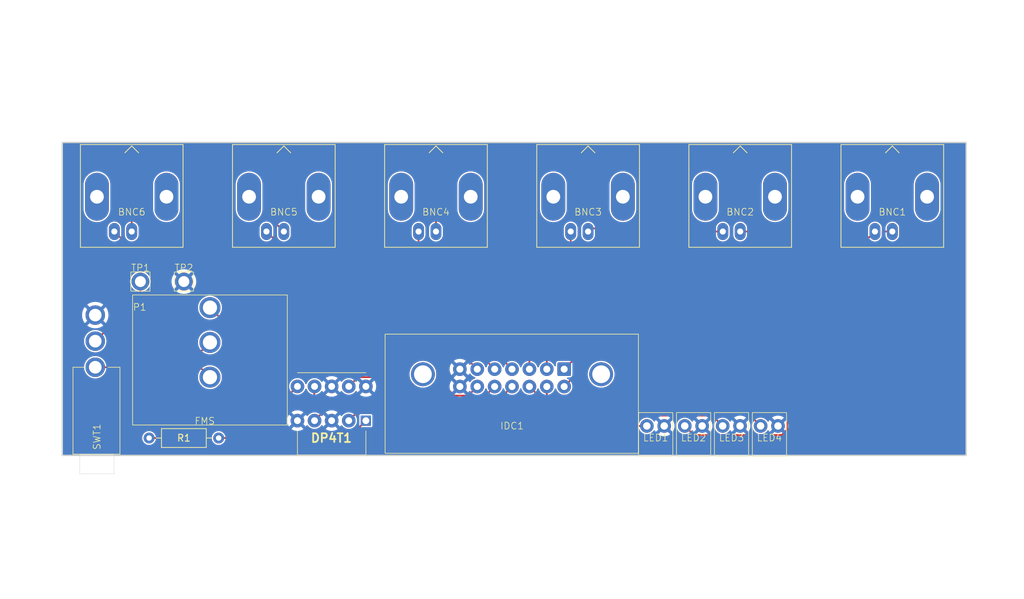
<source format=kicad_pcb>
(kicad_pcb (version 20221018) (generator pcbnew)
  (layers (0 "F.Cu" signal) (31 "B.Cu" signal) (34 "B.Paste" user) (35 "F.Paste" user) (36 "B.SilkS" user "B.Silkscreen") (37 "F.SilkS" user "F.Silkscreen") (38 "B.Mask" user) (39 "F.Mask" user) (44 "Edge.Cuts" user))
  (net 0 "")
  (net 1 "Net-(BNC1-In)")
  (net 2 "Net-(BNC1-Ext)")
  (net 3 "Net-(BNC2-In)")
  (net 4 "Net-(BNC2-Ext)")
  (net 5 "Net-(BNC3-In)")
  (net 6 "Net-(BNC3-Ext)")
  (net 7 "Net-(BNC4-In)")
  (net 8 "Net-(BNC4-Ext)")
  (net 9 "Net-(BNC5-In)")
  (net 10 "Net-(BNC5-Ext)")
  (net 11 "Net-(BNC6-In)")
  (net 12 "Net-(BNC6-Ext)")
  (net 13 "Net-(P1-Pad3)")
  (net 14 "Net-(DP4T1-Pad1)")
  (net 15 "Net-(LED1-A)")
  (net 16 "Net-(LED2-A)")
  (net 17 "Net-(LED3-A)")
  (net 18 "Net-(LED4-A)")
  (net 19 "GND")
  (net 20 "Net-(SWT1-A)")
  (net 21 "Net-(SWT1-B)")
  (footprint "General_BNC_PCB_BOARD2_Footprint_Library:Right Angle Single Level BNC" (layer "F.Cu") (at 152.4 73.97)
    (fp_text reference "BNC2" (at 0 -2.85 unlocked) (layer "F.SilkS") (effects (font (thickness 0.1))))
    (fp_text value "Coaxial Connectors RA, Digikey P/N: WM5514-ND")
    (fp_line (start -7.5 -12.7) (end 7.5 -12.7) (stroke (width 0.12)) (layer "F.SilkS"))
    (fp_line (start -7.5 2.3) (end -7.5 -12.7) (stroke (width 0.12)) (layer "F.SilkS"))
    (fp_line (start 0 -12.5) (end -1 -11.5) (stroke (width 0.12)) (layer "F.SilkS"))
    (fp_line (start 0 -12.5) (end 1 -11.5) (stroke (width 0.12)) (layer "F.SilkS"))
    (fp_line (start 7.5 -12.7) (end 7.5 2.3) (stroke (width 0.12)) (layer "F.SilkS"))
    (fp_line (start 7.5 2.3) (end -7.5 2.3) (stroke (width 0.12)) (layer "F.SilkS"))
    (pad "1" thru_hole oval (at 0 0) (size 1.6 2.5) (drill 0.89) (layers "*.Cu" "*.Mask") (net 3 "Net-(BNC2-In)"))
    (pad "2" thru_hole oval (at -2.54 0) (size 1.6 2.5) (drill 0.89) (layers "*.Cu" "*.Mask") (net 4 "Net-(BNC2-Ext)"))
    (pad "MH" thru_hole oval (at -5.08 -5.08) (size 3.5 7) (drill 2.01) (layers "*.Cu" "*.Mask"))
    (pad "MH" thru_hole oval (at 5.08 -5.08) (size 3.5 7) (drill 2.01) (layers "*.Cu" "*.Mask"))
  )
  (footprint "General_BNC_PCB_BOARD2_Footprint_Library:Right Angle Single Level BNC" (layer "F.Cu") (at 174.625 73.97)
    (fp_text reference "BNC1" (at 0 -2.85 unlocked) (layer "F.SilkS") (effects (font (thickness 0.1))))
    (fp_text value "Coaxial Connectors RA, Digikey P/N: WM5514-ND")
    (fp_line (start -7.5 -12.7) (end 7.5 -12.7) (stroke (width 0.12)) (layer "F.SilkS"))
    (fp_line (start -7.5 2.3) (end -7.5 -12.7) (stroke (width 0.12)) (layer "F.SilkS"))
    (fp_line (start 0 -12.5) (end -1 -11.5) (stroke (width 0.12)) (layer "F.SilkS"))
    (fp_line (start 0 -12.5) (end 1 -11.5) (stroke (width 0.12)) (layer "F.SilkS"))
    (fp_line (start 7.5 -12.7) (end 7.5 2.3) (stroke (width 0.12)) (layer "F.SilkS"))
    (fp_line (start 7.5 2.3) (end -7.5 2.3) (stroke (width 0.12)) (layer "F.SilkS"))
    (pad "1" thru_hole oval (at 0 0) (size 1.6 2.5) (drill 0.89) (layers "*.Cu" "*.Mask") (net 1 "Net-(BNC1-In)"))
    (pad "2" thru_hole oval (at -2.54 0) (size 1.6 2.5) (drill 0.89) (layers "*.Cu" "*.Mask") (net 2 "Net-(BNC1-Ext)"))
    (pad "MH" thru_hole oval (at -5.08 -5.08) (size 3.5 7) (drill 2.01) (layers "*.Cu" "*.Mask"))
    (pad "MH" thru_hole oval (at 5.08 -5.08) (size 3.5 7) (drill 2.01) (layers "*.Cu" "*.Mask"))
  )
  (footprint "General_BNC_Footprint_Library:AV2_Switch" (layer "F.Cu") (at 54.92 106.5 90)
    (fp_text reference "SWT1" (at 2.54 3.5 90 unlocked) (layer "F.SilkS") (effects (font (thickness 0.1))))
    (fp_text value "AV2 SPDT Switch, Digikey P/N: CKN1447-ND")
    (fp_line (start 0 0) (end 0 6.86) (stroke (width 0.1)) (layer "F.SilkS"))
    (fp_line (start 0 6.86) (end 12.7 6.86) (stroke (width 0.1)) (layer "F.SilkS"))
    (fp_line (start 12.7 0) (end 0 0) (stroke (width 0.1)) (layer "F.SilkS"))
    (fp_line (start 12.7 1.715) (end 12.7 0) (stroke (width 0.1)) (layer "F.SilkS"))
    (fp_line (start 12.7 6.86) (end 12.7 5.1425) (stroke (width 0.1)) (layer "F.SilkS"))
    (fp_rect (start -2.88 1) (end 0 6) (stroke (width 0.05)) (fill none) (layer "Edge.Cuts"))
    (pad "1" thru_hole circle (at 12.7 3.2525 90) (size 2.85 2.85) (drill 1.85) (layers "*.Cu" "*.Mask") (net 20 "Net-(SWT1-A)"))
    (pad "2" thru_hole circle (at 16.51 3.2525 90) (size 2.85 2.85) (drill 1.85) (layers "*.Cu" "*.Mask") (net 21 "Net-(SWT1-B)"))
    (pad "3" thru_hole circle (at 20.32 3.2525 90) (size 2.85 2.85) (drill 1.85) (layers "*.Cu" "*.Mask") (net 19 "GND"))
  )
  (footprint "General_BNC_PCB_BOARD2_Footprint_Library:Right Angle Single Level BNC" (layer "F.Cu") (at 107.95 73.97)
    (fp_text reference "BNC4" (at 0 -2.85 unlocked) (layer "F.SilkS") (effects (font (thickness 0.1))))
    (fp_text value "Coaxial Connectors RA, Digikey P/N: WM5514-ND")
    (fp_line (start -7.5 -12.7) (end 7.5 -12.7) (stroke (width 0.12)) (layer "F.SilkS"))
    (fp_line (start -7.5 2.3) (end -7.5 -12.7) (stroke (width 0.12)) (layer "F.SilkS"))
    (fp_line (start 0 -12.5) (end -1 -11.5) (stroke (width 0.12)) (layer "F.SilkS"))
    (fp_line (start 0 -12.5) (end 1 -11.5) (stroke (width 0.12)) (layer "F.SilkS"))
    (fp_line (start 7.5 -12.7) (end 7.5 2.3) (stroke (width 0.12)) (layer "F.SilkS"))
    (fp_line (start 7.5 2.3) (end -7.5 2.3) (stroke (width 0.12)) (layer "F.SilkS"))
    (pad "1" thru_hole oval (at 0 0) (size 1.6 2.5) (drill 0.89) (layers "*.Cu" "*.Mask") (net 7 "Net-(BNC4-In)"))
    (pad "2" thru_hole oval (at -2.54 0) (size 1.6 2.5) (drill 0.89) (layers "*.Cu" "*.Mask") (net 8 "Net-(BNC4-Ext)"))
    (pad "MH" thru_hole oval (at -5.08 -5.08) (size 3.5 7) (drill 2.01) (layers "*.Cu" "*.Mask"))
    (pad "MH" thru_hole oval (at 5.08 -5.08) (size 3.5 7) (drill 2.01) (layers "*.Cu" "*.Mask"))
  )
  (footprint "GENERAL PROJECT - NUMBER 1 LIBRARY - FOOTPRINTS:TestPoint" (layer "F.Cu") (at 64.77 81.28)
    (fp_text reference "TP1" (at 0 -2 unlocked) (layer "F.SilkS") (effects (font (thickness 0.1))))
    (fp_text value "TestPoint")
    (fp_rect (start -1.4 -1.4) (end 1.4 1.4) (stroke (width 0.1)) (fill none) (layer "F.SilkS"))
    (pad "1" thru_hole circle (at 0 0) (size 2.6 2.6) (drill 1.6) (layers "*.Cu" "*.Mask") (net 21 "Net-(SWT1-B)"))
  )
  (footprint "GENERAL PROJECT - NUMBER 1 LIBRARY - FOOTPRINTS:TestPoint" (layer "F.Cu") (at 71.12 81.28)
    (fp_text reference "TP2" (at 0 -2 unlocked) (layer "F.SilkS") (effects (font (thickness 0.1))))
    (fp_text value "TestPoint")
    (fp_rect (start -1.4 -1.4) (end 1.4 1.4) (stroke (width 0.1)) (fill none) (layer "F.SilkS"))
    (pad "1" thru_hole circle (at 0 0) (size 2.6 2.6) (drill 1.6) (layers "*.Cu" "*.Mask") (net 19 "GND"))
  )
  (footprint "General_BNC_Footprint_Library:LED" (layer "F.Cu") (at 156.67 103.6)
    (fp_text reference "LED4" (at 0 0.515 unlocked) (layer "F.SilkS") (effects (font (thickness 0.1))))
    (fp_text value "LED Mouser P/N: 551-0407F")
    (fp_rect (start -2.5 -3.175) (end 2.5 3.175) (stroke (width 0.1)) (fill none) (layer "F.SilkS"))
    (fp_rect (start -2.16 3.175) (end 2.16 3.175) (stroke (width 0.1)) (fill none) (layer "F.SilkS"))
    (pad "1" thru_hole circle (at 1.25 -1.225) (size 2 2) (drill 1.09) (layers "*.Cu" "*.Mask") (net 19 "GND"))
    (pad "2" thru_hole circle (at -1.29 -1.225) (size 2 2) (drill 1.09) (layers "*.Cu" "*.Mask") (net 18 "Net-(LED4-A)"))
  )
  (footprint "General_BNC_PCB_BOARD2_Footprint_Library:Right Angle Single Level BNC" (layer "F.Cu") (at 63.5 73.97)
    (fp_text reference "BNC6" (at 0 -2.85 unlocked) (layer "F.SilkS") (effects (font (thickness 0.1))))
    (fp_text value "Coaxial Connectors RA, Digikey P/N: WM5514-ND")
    (fp_line (start -7.5 -12.7) (end 7.5 -12.7) (stroke (width 0.12)) (layer "F.SilkS"))
    (fp_line (start -7.5 2.3) (end -7.5 -12.7) (stroke (width 0.12)) (layer "F.SilkS"))
    (fp_line (start 0 -12.5) (end -1 -11.5) (stroke (width 0.12)) (layer "F.SilkS"))
    (fp_line (start 0 -12.5) (end 1 -11.5) (stroke (width 0.12)) (layer "F.SilkS"))
    (fp_line (start 7.5 -12.7) (end 7.5 2.3) (stroke (width 0.12)) (layer "F.SilkS"))
    (fp_line (start 7.5 2.3) (end -7.5 2.3) (stroke (width 0.12)) (layer "F.SilkS"))
    (pad "1" thru_hole oval (at 0 0) (size 1.6 2.5) (drill 0.89) (layers "*.Cu" "*.Mask") (net 11 "Net-(BNC6-In)"))
    (pad "2" thru_hole oval (at -2.54 0) (size 1.6 2.5) (drill 0.89) (layers "*.Cu" "*.Mask") (net 12 "Net-(BNC6-Ext)"))
    (pad "MH" thru_hole oval (at -5.08 -5.08) (size 3.5 7) (drill 2.01) (layers "*.Cu" "*.Mask"))
    (pad "MH" thru_hole oval (at 5.08 -5.08) (size 3.5 7) (drill 2.01) (layers "*.Cu" "*.Mask"))
  )
  (footprint "General_BNC_Footprint_Library:LED" (layer "F.Cu") (at 145.59 103.6)
    (fp_text reference "LED2" (at 0 0.515 unlocked) (layer "F.SilkS") (effects (font (thickness 0.1))))
    (fp_text value "LED Mouser P/N: 551-0407F")
    (fp_rect (start -2.5 -3.175) (end 2.5 3.175) (stroke (width 0.1)) (fill none) (layer "F.SilkS"))
    (fp_rect (start -2.16 3.175) (end 2.16 3.175) (stroke (width 0.1)) (fill none) (layer "F.SilkS"))
    (pad "1" thru_hole circle (at 1.25 -1.225) (size 2 2) (drill 1.09) (layers "*.Cu" "*.Mask") (net 19 "GND"))
    (pad "2" thru_hole circle (at -1.29 -1.225) (size 2 2) (drill 1.09) (layers "*.Cu" "*.Mask") (net 16 "Net-(LED2-A)"))
  )
  (footprint "General_BNC_Footprint_Library:Rotary Switches 2 Pole 4 Position" (layer "F.Cu") (at 97.71 101.6 -90)
    (fp_text reference "DP4T1" (at 2.54 5.04) (layer "F.SilkS") (effects (font (size 1.27 1.27) (thickness 0.254))))
    (fp_text value "Rotary Switches 2 POLE 4 POS D SHAFT, Mouser P/N: 105-SR10010F-24NS" hide)
    (fp_line (start -7 0) (end -7 10) (stroke (width 0.1)) (layer "F.SilkS"))
    (fp_line (start 1.5 0) (end 5 0) (stroke (width 0.1)) (layer "F.SilkS"))
    (fp_line (start 5 0) (end 5 10) (stroke (width 0.1)) (layer "F.SilkS"))
    (fp_line (start 5 10) (end 1.5 10) (stroke (width 0.1)) (layer "F.SilkS"))
    (pad "1" thru_hole rect (at 0 0 270) (size 1.5 1.5) (drill 1) (layers "*.Cu" "*.Mask") (net 14 "Net-(DP4T1-Pad1)"))
    (pad "2" thru_hole circle (at 0 2.5 270) (size 2 2) (drill 1) (layers "*.Cu" "*.Mask") (net 15 "Net-(LED1-A)"))
    (pad "3" thru_hole circle (at 0 5 270) (size 2 2) (drill 1) (layers "*.Cu" "*.Mask") (net 19 "GND"))
    (pad "4" thru_hole circle (at 0 7.5 270) (size 2 2) (drill 1) (layers "*.Cu" "*.Mask") (net 17 "Net-(LED3-A)"))
    (pad "5" thru_hole circle (at 0 10 270) (size 2 2) (drill 1) (layers "*.Cu" "*.Mask") (net 19 "GND"))
    (pad "6" thru_hole circle (at -5 0 270) (size 2 2) (drill 1) (layers "*.Cu" "*.Mask") (net 19 "GND"))
    (pad "7" thru_hole circle (at -5 2.5 270) (size 2 2) (drill 1) (layers "*.Cu" "*.Mask") (net 16 "Net-(LED2-A)"))
    (pad "8" thru_hole circle (at -5 5 270) (size 2 2) (drill 1) (layers "*.Cu" "*.Mask") (net 19 "GND"))
    (pad "9" thru_hole circle (at -5 7.5 270) (size 2 2) (drill 1) (layers "*.Cu" "*.Mask") (net 18 "Net-(LED4-A)"))
    (pad "10" thru_hole circle (at -5 10 270) (size 2 2) (drill 1) (layers "*.Cu" "*.Mask") (net 14 "Net-(DP4T1-Pad1)"))
  )
  (footprint "Resistor_THT:R_Axial_DIN0207_L6.3mm_D2.5mm_P10.16mm_Horizontal" (layer "F.Cu") (at 66.04 104.14)
    (fp_text reference "R1" (at 5.08 0) (layer "F.SilkS"))
    (fp_text value "R")
    (fp_line (start 1.04 0) (end 1.81 0) (stroke (width 0.12)) (layer "F.SilkS"))
    (fp_line (start 1.81 -1.37) (end 1.81 1.37) (stroke (width 0.12)) (layer "F.SilkS"))
    (fp_line (start 1.81 1.37) (end 8.35 1.37) (stroke (width 0.12)) (layer "F.SilkS"))
    (fp_line (start 8.35 -1.37) (end 1.81 -1.37) (stroke (width 0.12)) (layer "F.SilkS"))
    (fp_line (start 8.35 1.37) (end 8.35 -1.37) (stroke (width 0.12)) (layer "F.SilkS"))
    (fp_line (start 9.12 0) (end 8.35 0) (stroke (width 0.12)) (layer "F.SilkS"))
    (pad "1" thru_hole circle (at 0 0) (size 1.6 1.6) (drill 0.8) (layers "*.Cu" "*.Mask") (net 13 "Net-(P1-Pad3)"))
    (pad "2" thru_hole oval (at 10.16 0) (size 1.6 1.6) (drill 0.8) (layers "*.Cu" "*.Mask") (net 14 "Net-(DP4T1-Pad1)"))
  )
  (footprint "General_BNC_Footprint_Library:Potentiometer" (layer "F.Cu") (at 63.63 83.24)
    (fp_text reference "P1" (at 1.04 1.78 unlocked) (layer "F.SilkS") (effects (font (thickness 0.1))))
    (fp_text value "Potentiometer, Digikey P/N: 3590P-2-103L-ND")
    (fp_text user "FMS" (at 9 19 unlocked) (layer "F.SilkS") (effects (font (thickness 0.1)) (justify left bottom)))
    (fp_rect (start 0 0) (end 22.6 19) (stroke (width 0.1)) (fill none) (layer "F.SilkS"))
    (pad "1" thru_hole circle (at 11.3 12.01) (size 3.08 3.08) (drill 2.08) (layers "*.Cu" "*.Mask") (net 20 "Net-(SWT1-A)"))
    (pad "2" thru_hole circle (at 11.3 6.93) (size 3.08 3.08) (drill 2.08) (layers "*.Cu" "*.Mask") (net 20 "Net-(SWT1-A)"))
    (pad "3" thru_hole circle (at 11.3 1.85) (size 3.08 3.08) (drill 2.08) (layers "*.Cu" "*.Mask") (net 13 "Net-(P1-Pad3)"))
  )
  (footprint "General_BNC_Footprint_Library:LED" (layer "F.Cu") (at 140.05 103.6)
    (fp_text reference "LED1" (at 0 0.515 unlocked) (layer "F.SilkS") (effects (font (thickness 0.1))))
    (fp_text value "LED Mouser P/N: 551-0407F")
    (fp_rect (start -2.5 -3.175) (end 2.5 3.175) (stroke (width 0.1)) (fill none) (layer "F.SilkS"))
    (fp_rect (start -2.16 3.175) (end 2.16 3.175) (stroke (width 0.1)) (fill none) (layer "F.SilkS"))
    (pad "1" thru_hole circle (at 1.25 -1.225) (size 2 2) (drill 1.09) (layers "*.Cu" "*.Mask") (net 19 "GND"))
    (pad "2" thru_hole circle (at -1.29 -1.225) (size 2 2) (drill 1.09) (layers "*.Cu" "*.Mask") (net 15 "Net-(LED1-A)"))
  )
  (footprint "General_BNC_PCB_BOARD2_Footprint_Library:Male IDC Connector" (layer "F.Cu") (at 137.5225 88.97 -90)
    (fp_text reference "IDC1" (at 13.4 18.46 unlocked) (layer "F.SilkS") (effects (font (thickness 0.1))))
    (fp_text value "Male 14 Position IDC Connector, Digikey P/N: 609-5970-ND" hide)
    (fp_line (start 0 0) (end 0 36.92) (stroke (width 0.1)) (layer "F.SilkS"))
    (fp_line (start 0 0) (end 17.4 0) (stroke (width 0.1)) (layer "F.SilkS"))
    (fp_line (start 0 37) (end 17.4 37) (stroke (width 0.1)) (layer "F.SilkS"))
    (fp_line (start 17.4 36.92) (end 17.4 0) (stroke (width 0.1)) (layer "F.SilkS"))
    (pad "1" thru_hole roundrect (at 5.11 10.84 270) (size 2 2) (drill 1.02) (layers "*.Cu" "*.Mask") (roundrect_rratio 0.1) (net 2 "Net-(BNC1-Ext)"))
    (pad "2" thru_hole circle (at 5.11 13.38 270) (size 2 2) (drill 1.02) (layers "*.Cu" "*.Mask") (net 4 "Net-(BNC2-Ext)"))
    (pad "3" thru_hole circle (at 5.11 15.92 270) (size 2 2) (drill 1.02) (layers "*.Cu" "*.Mask") (net 6 "Net-(BNC3-Ext)"))
    (pad "4" thru_hole circle (at 5.11 18.46 270) (size 2 2) (drill 1.02) (layers "*.Cu" "*.Mask") (net 8 "Net-(BNC4-Ext)"))
    (pad "5" thru_hole circle (at 5.11 21 270) (size 2 2) (drill 1.02) (layers "*.Cu" "*.Mask") (net 10 "Net-(BNC5-Ext)"))
    (pad "6" thru_hole circle (at 5.11 23.54 270) (size 2 2) (drill 1.02) (layers "*.Cu" "*.Mask") (net 12 "Net-(BNC6-Ext)"))
    (pad "7" thru_hole circle (at 5.11 26.08 270) (size 2 2) (drill 1.02) (layers "*.Cu" "*.Mask") (net 19 "GND"))
    (pad "8" thru_hole circle (at 7.65 10.84 270) (size 2 2) (drill 1.02) (layers "*.Cu" "*.Mask") (net 1 "Net-(BNC1-In)"))
    (pad "9" thru_hole circle (at 7.65 13.38 270) (size 2 2) (drill 1.02) (layers "*.Cu" "*.Mask") (net 3 "Net-(BNC2-In)"))
    (pad "10" thru_hole circle (at 7.65 15.92 270) (size 2 2) (drill 1.02) (layers "*.Cu" "*.Mask") (net 5 "Net-(BNC3-In)"))
    (pad "11" thru_hole circle (at 7.65 18.46 270) (size 2 2) (drill 1.02) (layers "*.Cu" "*.Mask") (net 7 "Net-(BNC4-In)"))
    (pad "12" thru_hole circle (at 7.65 21 270) (size 2 2) (drill 1.02) (layers "*.Cu" "*.Mask") (net 9 "Net-(BNC5-In)"))
    (pad "13" thru_hole circle (at 7.65 23.54 270) (size 2 2) (drill 1.02) (layers "*.Cu" "*.Mask") (net 11 "Net-(BNC6-In)"))
    (pad "14" thru_hole circle (at 7.65 26.08 270) (size 2 2) (drill 1.02) (layers "*.Cu" "*.Mask") (net 19 "GND"))
    (pad "MH" thru_hole circle (at 5.85 5.44 270) (size 3.5 3.5) (drill 2.6) (layers "*.Cu" "*.Mask"))
    (pad "MH" thru_hole circle (at 5.85 31.48 270) (size 3.5 3.5) (drill 2.6) (layers "*.Cu" "*.Mask"))
  )
  (footprint "General_BNC_PCB_BOARD2_Footprint_Library:Right Angle Single Level BNC" (layer "F.Cu") (at 130.175 73.97)
    (fp_text reference "BNC3" (at 0 -2.85 unlocked) (layer "F.SilkS") (effects (font (thickness 0.1))))
    (fp_text value "Coaxial Connectors RA, Digikey P/N: WM5514-ND")
    (fp_line (start -7.5 -12.7) (end 7.5 -12.7) (stroke (width 0.12)) (layer "F.SilkS"))
    (fp_line (start -7.5 2.3) (end -7.5 -12.7) (stroke (width 0.12)) (layer "F.SilkS"))
    (fp_line (start 0 -12.5) (end -1 -11.5) (stroke (width 0.12)) (layer "F.SilkS"))
    (fp_line (start 0 -12.5) (end 1 -11.5) (stroke (width 0.12)) (layer "F.SilkS"))
    (fp_line (start 7.5 -12.7) (end 7.5 2.3) (stroke (width 0.12)) (layer "F.SilkS"))
    (fp_line (start 7.5 2.3) (end -7.5 2.3) (stroke (width 0.12)) (layer "F.SilkS"))
    (pad "1" thru_hole oval (at 0 0) (size 1.6 2.5) (drill 0.89) (layers "*.Cu" "*.Mask") (net 5 "Net-(BNC3-In)"))
    (pad "2" thru_hole oval (at -2.54 0) (size 1.6 2.5) (drill 0.89) (layers "*.Cu" "*.Mask") (net 6 "Net-(BNC3-Ext)"))
    (pad "MH" thru_hole oval (at -5.08 -5.08) (size 3.5 7) (drill 2.01) (layers "*.Cu" "*.Mask"))
    (pad "MH" thru_hole oval (at 5.08 -5.08) (size 3.5 7) (drill 2.01) (layers "*.Cu" "*.Mask"))
  )
  (footprint "General_BNC_Footprint_Library:LED" (layer "F.Cu") (at 151.13 103.6)
    (fp_text reference "LED3" (at 0 0.515 unlocked) (layer "F.SilkS") (effects (font (thickness 0.1))))
    (fp_text value "LED Mouser P/N: 551-0407F")
    (fp_rect (start -2.5 -3.175) (end 2.5 3.175) (stroke (width 0.1)) (fill none) (layer "F.SilkS"))
    (fp_rect (start -2.16 3.175) (end 2.16 3.175) (stroke (width 0.1)) (fill none) (layer "F.SilkS"))
    (pad "1" thru_hole circle (at 1.25 -1.225) (size 2 2) (drill 1.09) (layers "*.Cu" "*.Mask") (net 19 "GND"))
    (pad "2" thru_hole circle (at -1.29 -1.225) (size 2 2) (drill 1.09) (layers "*.Cu" "*.Mask") (net 17 "Net-(LED3-A)"))
  )
  (footprint "General_BNC_PCB_BOARD2_Footprint_Library:Right Angle Single Level BNC" (layer "F.Cu") (at 85.725 73.97)
    (fp_text reference "BNC5" (at 0 -2.85 unlocked) (layer "F.SilkS") (effects (font (thickness 0.1))))
    (fp_text value "Coaxial Connectors RA, Digikey P/N: WM5514-ND")
    (fp_line (start -7.5 -12.7) (end 7.5 -12.7) (stroke (width 0.12)) (layer "F.SilkS"))
    (fp_line (start -7.5 2.3) (end -7.5 -12.7) (stroke (width 0.12)) (layer "F.SilkS"))
    (fp_line (start 0 -12.5) (end -1 -11.5) (stroke (width 0.12)) (layer "F.SilkS"))
    (fp_line (start 0 -12.5) (end 1 -11.5) (stroke (width 0.12)) (layer "F.SilkS"))
    (fp_line (start 7.5 -12.7) (end 7.5 2.3) (stroke (width 0.12)) (layer "F.SilkS"))
    (fp_line (start 7.5 2.3) (end -7.5 2.3) (stroke (width 0.12)) (layer "F.SilkS"))
    (pad "1" thru_hole oval (at 0 0) (size 1.6 2.5) (drill 0.89) (layers "*.Cu" "*.Mask") (net 9 "Net-(BNC5-In)"))
    (pad "2" thru_hole oval (at -2.54 0) (size 1.6 2.5) (drill 0.89) (layers "*.Cu" "*.Mask") (net 10 "Net-(BNC5-Ext)"))
    (pad "MH" thru_hole oval (at -5.08 -5.08) (size 3.5 7) (drill 2.01) (layers "*.Cu" "*.Mask"))
    (pad "MH" thru_hole oval (at 5.08 -5.08) (size 3.5 7) (drill 2.01) (layers "*.Cu" "*.Mask"))
  )
  (gr_rect (start 53.34 60.96) (end 185.42 106.68) (stroke (width 0.2)) (fill none) (layer "Edge.Cuts"))
  (segment (start 128.27 93.98) (end 128.27 95.0325) (width 0.25) (layer "F.Cu") (net 1))
  (segment (start 173.21 73.97) (end 173.21 74.88599) (width 0.25) (layer "F.Cu") (net 1))
  (segment (start 172.10099 75.995) (end 146.255 75.995) (width 0.25) (layer "F.Cu") (net 1))
  (segment (start 173.21 74.88599) (end 172.10099 75.995) (width 0.25) (layer "F.Cu") (net 1))
  (segment (start 128.27 95.0325) (end 126.6825 96.62) (width 0.25) (layer "F.Cu") (net 1))
  (segment (start 146.255 75.995) (end 128.27 93.98) (width 0.25) (layer "F.Cu") (net 1))
  (segment (start 174.625 73.97) (end 173.21 73.97) (width 0.25) (layer "F.Cu") (net 1))
  (segment (start 170.51 75.545) (end 142.6775 75.545) (width 0.25) (layer "F.Cu") (net 2))
  (segment (start 142.6775 78.085) (end 126.6825 94.08) (width 0.25) (layer "F.Cu") (net 2))
  (segment (start 172.085 73.97) (end 170.51 75.545) (width 0.25) (layer "F.Cu") (net 2))
  (segment (start 142.6775 75.545) (end 142.6775 78.085) (width 0.25) (layer "F.Cu") (net 2))
  (segment (start 171.61901 72.395) (end 175.09099 72.395) (width 0.25) (layer "F.Cu") (net 3))
  (segment (start 128.0075 96.071167) (end 128.0075 97.168833) (width 0.25) (layer "F.Cu") (net 3))
  (segment (start 175.75 73.05401) (end 175.75 74.88599) (width 0.25) (layer "F.Cu") (net 3))
  (segment (start 125.125 98.395) (end 124.46 98.395) (width 0.25) (layer "F.Cu") (net 3))
  (segment (start 175.09099 72.395) (end 175.75 73.05401) (width 0.25) (layer "F.Cu") (net 3))
  (segment (start 147.075 76.445) (end 128.72 94.8) (width 0.25) (layer "F.Cu") (net 3))
  (segment (start 170.04401 73.97) (end 171.61901 72.395) (width 0.25) (layer "F.Cu") (net 3))
  (segment (start 124.1425 98.0775) (end 124.1425 96.62) (width 0.25) (layer "F.Cu") (net 3))
  (segment (start 152.4 73.97) (end 170.04401 73.97) (width 0.25) (layer "F.Cu") (net 3))
  (segment (start 125.854333 97.665667) (end 125.125 98.395) (width 0.25) (layer "F.Cu") (net 3))
  (segment (start 126.133667 97.945) (end 125.854333 97.665667) (width 0.25) (layer "F.Cu") (net 3))
  (segment (start 128.0075 97.168833) (end 127.231333 97.945) (width 0.25) (layer "F.Cu") (net 3))
  (segment (start 175.75 74.88599) (end 174.19099 76.445) (width 0.25) (layer "F.Cu") (net 3))
  (segment (start 124.46 98.395) (end 124.1425 98.0775) (width 0.25) (layer "F.Cu") (net 3))
  (segment (start 174.19099 76.445) (end 147.075 76.445) (width 0.25) (layer "F.Cu") (net 3))
  (segment (start 128.72 94.8) (end 128.72 95.358667) (width 0.25) (layer "F.Cu") (net 3))
  (segment (start 128.72 95.358667) (end 128.0075 96.071167) (width 0.25) (layer "F.Cu") (net 3))
  (segment (start 127.231333 97.945) (end 126.133667 97.945) (width 0.25) (layer "F.Cu") (net 3))
  (segment (start 141.93 73.97) (end 124.1425 91.7575) (width 0.25) (layer "F.Cu") (net 4))
  (segment (start 124.1425 91.7575) (end 124.1425 94.08) (width 0.25) (layer "F.Cu") (net 4))
  (segment (start 149.86 73.97) (end 141.93 73.97) (width 0.25) (layer "F.Cu") (net 4))
  (segment (start 176.2 72.867614) (end 176.2 75.896396) (width 0.25) (layer "F.Cu") (net 5))
  (segment (start 153.99099 73.52) (end 169.857614 73.52) (width 0.25) (layer "F.Cu") (net 5))
  (segment (start 152.86599 72.395) (end 153.99099 73.52) (width 0.25) (layer "F.Cu") (net 5))
  (segment (start 130.625 73.52) (end 148.26901 73.52) (width 0.25) (layer "F.Cu") (net 5))
  (segment (start 148.26901 73.52) (end 149.39401 72.395) (width 0.25) (layer "F.Cu") (net 5))
  (segment (start 169.857614 73.52) (end 171.432614 71.945) (width 0.25) (layer "F.Cu") (net 5))
  (segment (start 146.686396 83.150598) (end 130.991994 98.845) (width 0.25) (layer "F.Cu") (net 5))
  (segment (start 130.991994 98.845) (end 123.8275 98.845) (width 0.25) (layer "F.Cu") (net 5))
  (segment (start 174.626396 77.47) (end 146.686396 77.47) (width 0.25) (layer "F.Cu") (net 5))
  (segment (start 149.39401 72.395) (end 152.86599 72.395) (width 0.25) (layer "F.Cu") (net 5))
  (segment (start 176.2 75.896396) (end 174.626396 77.47) (width 0.25) (layer "F.Cu") (net 5))
  (segment (start 123.8275 98.845) (end 121.6025 96.62) (width 0.25) (layer "F.Cu") (net 5))
  (segment (start 146.686396 77.47) (end 146.686396 83.150598) (width 0.25) (layer "F.Cu") (net 5))
  (segment (start 130.175 73.97) (end 130.625 73.52) (width 0.25) (layer "F.Cu") (net 5))
  (segment (start 171.432614 71.945) (end 175.277386 71.945) (width 0.25) (layer "F.Cu") (net 5))
  (segment (start 175.277386 71.945) (end 176.2 72.867614) (width 0.25) (layer "F.Cu") (net 5))
  (segment (start 127.635 73.97) (end 127.635 85.5075) (width 0.25) (layer "F.Cu") (net 6))
  (segment (start 127.635 85.5075) (end 121.6025 91.54) (width 0.25) (layer "F.Cu") (net 6))
  (segment (start 121.6025 91.54) (end 121.6025 94.08) (width 0.25) (layer "F.Cu") (net 6))
  (segment (start 105.183006 96.895) (end 103.9675 95.679494) (width 0.25) (layer "F.Cu") (net 7))
  (segment (start 56.33 79.19) (end 54.607208 77.467208) (width 0.25) (layer "F.Cu") (net 7))
  (segment (start 91.89 79.19) (end 56.33 79.19) (width 0.25) (layer "F.Cu") (net 7))
  (segment (start 106.68 63.5) (end 107.95 64.77) (width 0.25) (layer "F.Cu") (net 7))
  (segment (start 54.607208 66.676396) (end 57.783604 63.5) (width 0.25) (layer "F.Cu") (net 7))
  (segment (start 54.607208 77.467208) (end 54.607208 66.676396) (width 0.25) (layer "F.Cu") (net 7))
  (segment (start 107.95 64.77) (end 107.95 73.97) (width 0.25) (layer "F.Cu") (net 7))
  (segment (start 119.0625 96.62) (end 116.1725 99.51) (width 0.25) (layer "F.Cu") (net 7))
  (segment (start 107.13 99.51) (end 105.183006 97.563006) (width 0.25) (layer "F.Cu") (net 7))
  (segment (start 103.9675 95.679494) (end 103.9675 92.9175) (width 0.25) (layer "F.Cu") (net 7))
  (segment (start 104.14 91.44) (end 91.89 79.19) (width 0.25) (layer "F.Cu") (net 7))
  (segment (start 116.1725 99.51) (end 107.13 99.51) (width 0.25) (layer "F.Cu") (net 7))
  (segment (start 104.14 92.745) (end 104.14 91.44) (width 0.25) (layer "F.Cu") (net 7))
  (segment (start 57.783604 63.5) (end 106.68 63.5) (width 0.25) (layer "F.Cu") (net 7))
  (segment (start 105.183006 97.563006) (end 105.183006 96.895) (width 0.25) (layer "F.Cu") (net 7))
  (segment (start 103.9675 92.9175) (end 104.14 92.745) (width 0.25) (layer "F.Cu") (net 7))
  (segment (start 107.95 82.9675) (end 105.41 82.9675) (width 0.25) (layer "F.Cu") (net 8))
  (segment (start 119.0625 94.08) (end 107.95 82.9675) (width 0.25) (layer "F.Cu") (net 8))
  (segment (start 105.41 73.97) (end 105.41 82.9675) (width 0.25) (layer "F.Cu") (net 8))
  (segment (start 58.233604 78.74) (end 55.88 76.386396) (width 0.25) (layer "F.Cu") (net 9))
  (segment (start 55.88 76.386396) (end 55.88 66.04) (width 0.25) (layer "F.Cu") (net 9))
  (segment (start 114.0825 99.06) (end 108.879302 99.06) (width 0.25) (layer "F.Cu") (net 9))
  (segment (start 57.97 63.95) (end 83.82 63.95) (width 0.25) (layer "F.Cu") (net 9))
  (segment (start 108.1175 95.679494) (end 108.1175 93.931396) (width 0.25) (layer "F.Cu") (net 9))
  (segment (start 116.5225 96.62) (end 114.0825 99.06) (width 0.25) (layer "F.Cu") (net 9))
  (segment (start 108.1175 93.931396) (end 92.926104 78.74) (width 0.25) (layer "F.Cu") (net 9))
  (segment (start 108.879302 99.06) (end 107.95 98.130698) (width 0.25) (layer "F.Cu") (net 9))
  (segment (start 107.95 95.846994) (end 108.1175 95.679494) (width 0.25) (layer "F.Cu") (net 9))
  (segment (start 107.95 98.130698) (end 107.95 95.846994) (width 0.25) (layer "F.Cu") (net 9))
  (segment (start 55.88 66.04) (end 57.97 63.95) (width 0.25) (layer "F.Cu") (net 9))
  (segment (start 83.82 63.95) (end 83.82 72.065) (width 0.25) (layer "F.Cu") (net 9))
  (segment (start 92.926104 78.74) (end 58.233604 78.74) (width 0.25) (layer "F.Cu") (net 9))
  (segment (start 83.82 72.065) (end 85.725 73.97) (width 0.25) (layer "F.Cu") (net 9))
  (segment (start 114.345 92.755) (end 99.55901 77.96901) (width 0.25) (layer "F.Cu") (net 10))
  (segment (start 116.5225 94.08) (end 115.1975 92.755) (width 0.25) (layer "F.Cu") (net 10))
  (segment (start 99.55901 77.96901) (end 99.55901 76.2) (width 0.25) (layer "F.Cu") (net 10))
  (segment (start 99.55901 76.2) (end 85.415 76.2) (width 0.25) (layer "F.Cu") (net 10))
  (segment (start 85.415 76.2) (end 83.185 73.97) (width 0.25) (layer "F.Cu") (net 10))
  (segment (start 115.1975 92.755) (end 114.345 92.755) (width 0.25) (layer "F.Cu") (net 10))
  (segment (start 60.96 64.4) (end 58.225507 64.4) (width 0.25) (layer "F.Cu") (net 11))
  (segment (start 108.5675 95.8675) (end 110.645 97.945) (width 0.25) (layer "F.Cu") (net 11))
  (segment (start 112.6575 97.945) (end 113.9825 96.62) (width 0.25) (layer "F.Cu") (net 11))
  (segment (start 110.645 97.945) (end 112.6575 97.945) (width 0.25) (layer "F.Cu") (net 11))
  (segment (start 108.5675 89.301396) (end 108.5675 95.8675) (width 0.25) (layer "F.Cu") (net 11))
  (segment (start 63.5 66.94) (end 60.96 64.4) (width 0.25) (layer "F.Cu") (net 11))
  (segment (start 56.33 76.2) (end 56.78 76.2) (width 0.25) (layer "F.Cu") (net 11))
  (segment (start 56.33 66.295507) (end 56.33 76.2) (width 0.25) (layer "F.Cu") (net 11))
  (segment (start 63.5 73.97) (end 63.5 66.94) (width 0.25) (layer "F.Cu") (net 11))
  (segment (start 98.65901 78.29) (end 98.65901 79.392906) (width 0.25) (layer "F.Cu") (net 11))
  (segment (start 58.87 78.29) (end 98.65901 78.29) (width 0.25) (layer "F.Cu") (net 11))
  (segment (start 98.65901 79.392906) (end 108.5675 89.301396) (width 0.25) (layer "F.Cu") (net 11))
  (segment (start 58.225507 64.4) (end 56.33 66.295507) (width 0.25) (layer "F.Cu") (net 11))
  (segment (start 56.78 76.2) (end 58.87 78.29) (width 0.25) (layer "F.Cu") (net 11))
  (segment (start 84.123604 75.545) (end 62.535 75.545) (width 0.25) (layer "F.Cu") (net 12))
  (segment (start 99.10901 79.20651) (end 99.10901 76.65) (width 0.25) (layer "F.Cu") (net 12))
  (segment (start 99.10901 76.65) (end 85.228604 76.65) (width 0.25) (layer "F.Cu") (net 12))
  (segment (start 85.228604 76.65) (end 84.123604 75.545) (width 0.25) (layer "F.Cu") (net 12))
  (segment (start 113.9825 94.08) (end 99.10901 79.20651) (width 0.25) (layer "F.Cu") (net 12))
  (segment (start 62.535 75.545) (end 60.96 73.97) (width 0.25) (layer "F.Cu") (net 12))
  (segment (start 76.795 96.022509) (end 76.795 86.955) (width 0.25) (layer "F.Cu") (net 13))
  (segment (start 76.795 86.955) (end 74.93 85.09) (width 0.25) (layer "F.Cu") (net 13))
  (segment (start 66.04 104.14) (end 68.677509 104.14) (width 0.25) (layer "F.Cu") (net 13))
  (segment (start 68.677509 104.14) (end 76.795 96.022509) (width 0.25) (layer "F.Cu") (net 13))
  (segment (start 97.71 101.6) (end 95.17 104.14) (width 0.25) (layer "F.Cu") (net 14))
  (segment (start 95.17 104.14) (end 80.01 104.14) (width 0.25) (layer "F.Cu") (net 14))
  (segment (start 76.2 104.14) (end 80.01 104.14) (width 0.25) (layer "F.Cu") (net 14))
  (segment (start 80.17 104.14) (end 87.71 96.6) (width 0.25) (layer "F.Cu") (net 14))
  (segment (start 80.01 104.14) (end 80.17 104.14) (width 0.25) (layer "F.Cu") (net 14))
  (segment (start 104.134416 101.6) (end 134.34 101.6) (width 0.25) (layer "F.Cu") (net 15))
  (segment (start 135.115 102.375) (end 138.76 102.375) (width 0.25) (layer "F.Cu") (net 15))
  (segment (start 96.48 100.33) (end 102.864416 100.33) (width 0.25) (layer "F.Cu") (net 15))
  (segment (start 95.21 101.6) (end 96.48 100.33) (width 0.25) (layer "F.Cu") (net 15))
  (segment (start 134.34 101.6) (end 135.115 102.375) (width 0.25) (layer "F.Cu") (net 15))
  (segment (start 102.864416 100.33) (end 104.134416 101.6) (width 0.25) (layer "F.Cu") (net 15))
  (segment (start 103.5175 99.073896) (end 103.5175 98.4375) (width 0.25) (layer "F.Cu") (net 16))
  (segment (start 159.245 100.825) (end 158.38 99.96) (width 0.25) (layer "F.Cu") (net 16))
  (segment (start 104.403604 99.96) (end 103.5175 99.073896) (width 0.25) (layer "F.Cu") (net 16))
  (segment (start 158.38 99.96) (end 104.403604 99.96) (width 0.25) (layer "F.Cu") (net 16))
  (segment (start 158.468833 103.7) (end 159.245 102.923833) (width 0.25) (layer "F.Cu") (net 16))
  (segment (start 144.3 102.375) (end 145.625 103.7) (width 0.25) (layer "F.Cu") (net 16))
  (segment (start 96.56 95.25) (end 95.21 96.6) (width 0.25) (layer "F.Cu") (net 16))
  (segment (start 159.245 102.923833) (end 159.245 100.825) (width 0.25) (layer "F.Cu") (net 16))
  (segment (start 145.625 103.7) (end 158.468833 103.7) (width 0.25) (layer "F.Cu") (net 16))
  (segment (start 103.5175 98.4375) (end 100.33 95.25) (width 0.25) (layer "F.Cu") (net 16))
  (segment (start 100.33 95.25) (end 96.56 95.25) (width 0.25) (layer "F.Cu") (net 16))
  (segment (start 149.84 102.375) (end 148.325 100.86) (width 0.25) (layer "F.Cu") (net 17))
  (segment (start 92.75 99.06) (end 90.21 101.6) (width 0.25) (layer "F.Cu") (net 17))
  (segment (start 102.230812 99.06) (end 92.75 99.06) (width 0.25) (layer "F.Cu") (net 17))
  (segment (start 148.325 100.86) (end 104.030812 100.86) (width 0.25) (layer "F.Cu") (net 17))
  (segment (start 104.030812 100.86) (end 102.230812 99.06) (width 0.25) (layer "F.Cu") (net 17))
  (segment (start 90.17 96.64) (end 90.17 98.61) (width 0.25) (layer "F.Cu") (net 18))
  (segment (start 153.415 100.41) (end 155.38 102.375) (width 0.25) (layer "F.Cu") (net 18))
  (segment (start 90.17 98.61) (end 102.417208 98.61) (width 0.25) (layer "F.Cu") (net 18))
  (segment (start 104.217208 100.41) (end 153.415 100.41) (width 0.25) (layer "F.Cu") (net 18))
  (segment (start 90.21 96.6) (end 90.17 96.64) (width 0.25) (layer "F.Cu") (net 18))
  (segment (start 102.417208 98.61) (end 104.217208 100.41) (width 0.25) (layer "F.Cu") (net 18))
  (segment (start 71.3 93.8) (end 58.1725 93.8) (width 0.25) (layer "F.Cu") (net 20))
  (segment (start 72.39 92.71) (end 74.93 95.25) (width 0.25) (layer "F.Cu") (net 20))
  (segment (start 74.93 90.17) (end 72.39 92.71) (width 0.25) (layer "F.Cu") (net 20))
  (segment (start 72.39 92.71) (end 71.3 93.8) (width 0.25) (layer "F.Cu") (net 20))
  (segment (start 64.77 81.28) (end 64.77 83.3925) (width 0.25) (layer "F.Cu") (net 21))
  (segment (start 64.77 83.3925) (end 58.1725 89.99) (width 0.25) (layer "F.Cu") (net 21))
  (zone (net 19) (net_name "GND") (layer "B.Cu") (connect_pads (clearance 0)) (min_thickness 0.25) (fill yes (thermal_gap 0.5) (thermal_bridge_width 0.5))
    (polygon (pts (xy 50.8 58.42) (xy 187.96 58.42) (xy 187.96 119.38) (xy 50.8 119.38)))
  )
)
</source>
